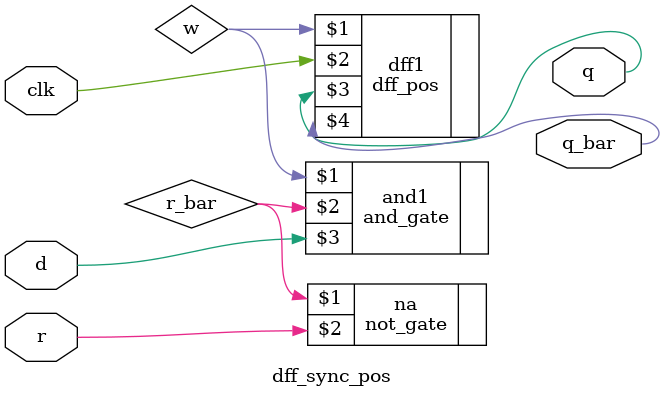
<source format=v>
module dff_sync_pos(d,clk,r,q,q_bar);

    input d,clk,r;
    output q, q_bar;

    wire r_bar, w;

    not_gate na(r_bar, r);

    and_gate and1(w, r_bar, d);

    dff_pos dff1(w, clk, q, q_bar);

endmodule
</source>
